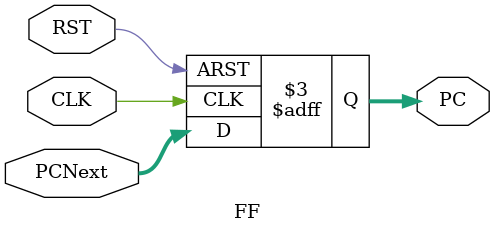
<source format=v>
module FF (PCNext , RST,CLK,
            PC );

/********************** parameters **********************/

/********************** input declaration **********************/
input wire [31 : 0] PCNext;
input wire          RST , CLK;

/********************** output declaration **********************/
output reg [31 : 0] PC;

/********************** internal wires **********************/


/**********************   descriptin   **********************/

always @ (posedge CLK , negedge RST )
begin
    if (~RST) PC <= 32'h0000_0000;
    else PC <= PCNext;
end

endmodule

</source>
